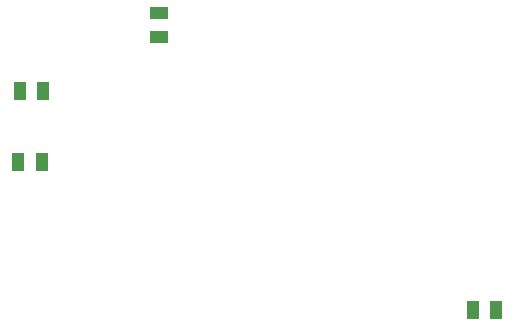
<source format=gtp>
G04 Layer: TopPasteMaskLayer*
G04 EasyEDA v6.4.0, 2020-07-15T14:14:54--5:00*
G04 b3c21e9d98434acf968649de900d4150,a7c2b416e861464fa72e98bd65157655,10*
G04 Gerber Generator version 0.2*
G04 Scale: 100 percent, Rotated: No, Reflected: No *
G04 Dimensions in inches *
G04 leading zeros omitted , absolute positions ,2 integer and 4 decimal *
%FSLAX24Y24*%
%MOIN*%
G90*
G70D02*

%ADD12R,0.039370X0.061024*%
%ADD13R,0.061024X0.039370*%

%LPD*%
G54D12*
G01X33706Y7250D03*
G01X34493Y7250D03*
G01X18606Y14550D03*
G01X19393Y14550D03*
G54D13*
G01X23250Y16356D03*
G01X23250Y17143D03*
G54D12*
G01X18556Y12200D03*
G01X19343Y12200D03*
M00*
M02*

</source>
